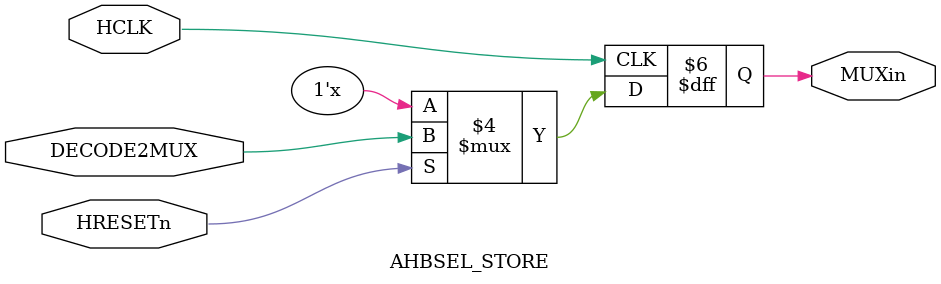
<source format=sv>



module AHBSEL_STORE
(

input  logic HCLK, HRESETn,
input  logic DECODE2MUX,       // Output from Decoder
output logic MUXin);

always_ff @ (posedge HCLK)
begin

	if (!HRESETn)
	begin
		MUXin <= 'z;
	end
	
	else
	begin
		MUXin <= DECODE2MUX;
	end

end
endmodule	
      

</source>
